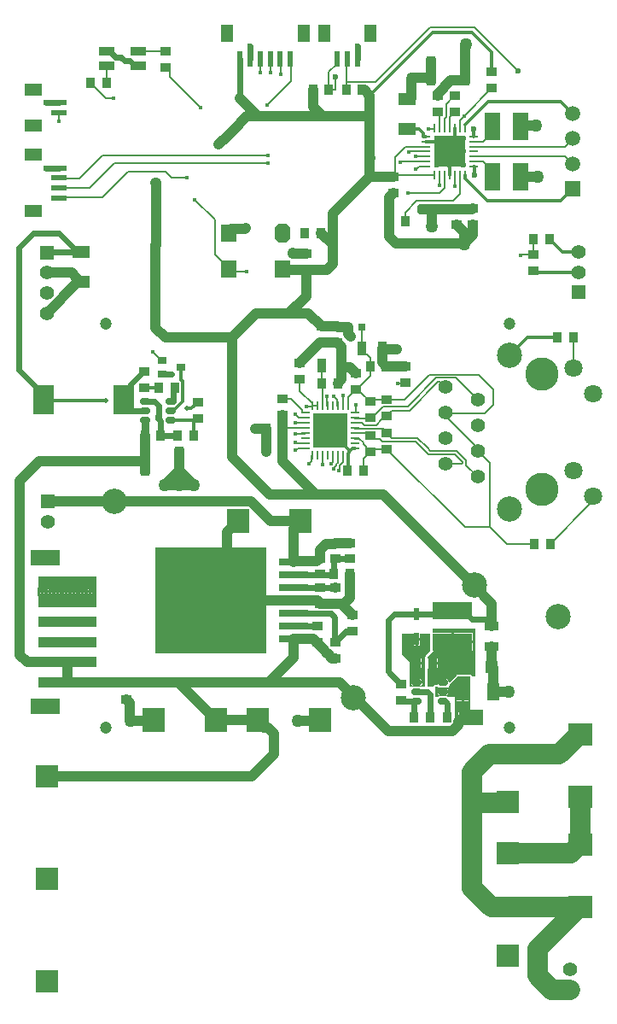
<source format=gbr>
%TF.GenerationSoftware,Altium Limited,Altium Designer,20.1.12 (249)*%
G04 Layer_Physical_Order=1*
G04 Layer_Color=255*
%FSLAX45Y45*%
%MOMM*%
%TF.SameCoordinates,0418086A-757F-42B6-A3B9-695331E80F4B*%
%TF.FilePolarity,Positive*%
%TF.FileFunction,Copper,L1,Top,Signal*%
%TF.Part,Single*%
G01*
G75*
%TA.AperFunction,ConnectorPad*%
%ADD10R,0.60000X1.55000*%
%ADD11R,1.20000X1.80000*%
%TA.AperFunction,SMDPad,CuDef*%
%ADD12R,1.00000X0.95000*%
%ADD13R,0.95000X1.00000*%
%ADD14R,1.55000X0.60000*%
%ADD15R,1.80000X1.20000*%
%ADD16R,1.80000X1.15000*%
%ADD17R,2.30000X2.45000*%
%ADD18R,4.00000X1.80000*%
%ADD19R,1.15000X1.80000*%
G04:AMPARAMS|DCode=20|XSize=1mm|YSize=0.6mm|CornerRadius=0.15mm|HoleSize=0mm|Usage=FLASHONLY|Rotation=0.000|XOffset=0mm|YOffset=0mm|HoleType=Round|Shape=RoundedRectangle|*
%AMROUNDEDRECTD20*
21,1,1.00000,0.30000,0,0,0.0*
21,1,0.70000,0.60000,0,0,0.0*
1,1,0.30000,0.35000,-0.15000*
1,1,0.30000,-0.35000,-0.15000*
1,1,0.30000,-0.35000,0.15000*
1,1,0.30000,0.35000,0.15000*
%
%ADD20ROUNDEDRECTD20*%
%ADD21R,1.40000X0.95000*%
%ADD22R,2.45000X2.30000*%
%ADD23R,1.60000X2.70000*%
%ADD24R,0.81280X0.25400*%
%ADD25R,0.25400X0.81280*%
%ADD26R,0.95000X1.40000*%
%ADD27R,0.65000X0.70000*%
%TA.AperFunction,ConnectorPad*%
%ADD28R,3.00000X1.60000*%
%ADD29R,5.80000X1.00000*%
%TA.AperFunction,SMDPad,CuDef*%
G04:AMPARAMS|DCode=30|XSize=1mm|YSize=2.9mm|CornerRadius=0.25mm|HoleSize=0mm|Usage=FLASHONLY|Rotation=180.000|XOffset=0mm|YOffset=0mm|HoleType=Round|Shape=RoundedRectangle|*
%AMROUNDEDRECTD30*
21,1,1.00000,2.40000,0,0,180.0*
21,1,0.50000,2.90000,0,0,180.0*
1,1,0.50000,-0.25000,1.20000*
1,1,0.50000,0.25000,1.20000*
1,1,0.50000,0.25000,-1.20000*
1,1,0.50000,-0.25000,-1.20000*
%
%ADD30ROUNDEDRECTD30*%
%ADD31R,0.90000X0.70000*%
%ADD32R,2.00000X3.00000*%
%ADD33R,0.25000X0.95000*%
%ADD34R,1.60000X1.80000*%
%ADD35R,0.60000X1.30000*%
G04:AMPARAMS|DCode=36|XSize=1.6mm|YSize=1.8mm|CornerRadius=0mm|HoleSize=0mm|Usage=FLASHONLY|Rotation=180.000|XOffset=0mm|YOffset=0mm|HoleType=Round|Shape=Octagon|*
%AMOCTAGOND36*
4,1,8,0.40000,-0.90000,-0.40000,-0.90000,-0.80000,-0.50000,-0.80000,0.50000,-0.40000,0.90000,0.40000,0.90000,0.80000,0.50000,0.80000,-0.50000,0.40000,-0.90000,0.0*
%
%ADD36OCTAGOND36*%

%TA.AperFunction,SMDPad,SMDef*%
%ADD37R,3.40360X3.40360*%
%TA.AperFunction,SMDPad,CuDef*%
%ADD38R,0.95000X0.25000*%
%ADD39R,3.15000X3.15000*%
G04:AMPARAMS|DCode=40|XSize=1mm|YSize=2.9mm|CornerRadius=0.25mm|HoleSize=0mm|Usage=FLASHONLY|Rotation=90.000|XOffset=0mm|YOffset=0mm|HoleType=Round|Shape=RoundedRectangle|*
%AMROUNDEDRECTD40*
21,1,1.00000,2.40000,0,0,90.0*
21,1,0.50000,2.90000,0,0,90.0*
1,1,0.50000,1.20000,0.25000*
1,1,0.50000,1.20000,-0.25000*
1,1,0.50000,-1.20000,-0.25000*
1,1,0.50000,-1.20000,0.25000*
%
%ADD40ROUNDEDRECTD40*%
%ADD41R,1.20000X1.20000*%
%ADD42R,11.12520X10.51560*%
%ADD43R,2.97180X0.78740*%
%ADD44R,1.50000X0.90000*%
%TA.AperFunction,Conductor*%
%ADD45C,1.00000*%
%ADD46C,0.30000*%
%ADD47C,0.60000*%
%ADD48C,0.20000*%
%ADD49C,0.15000*%
%ADD50C,2.00000*%
%ADD51C,0.80000*%
%TA.AperFunction,ComponentPad*%
%ADD52C,1.40000*%
%ADD53R,1.40000X1.40000*%
%TA.AperFunction,WasherPad*%
%ADD54C,1.20000*%
%TA.AperFunction,ComponentPad*%
%ADD55C,2.50000*%
%ADD56C,1.50000*%
%ADD57R,1.50000X1.50000*%
%ADD58C,3.30000*%
%ADD59C,1.80000*%
%ADD60R,2.30000X2.30000*%
%TA.AperFunction,ViaPad*%
%ADD61C,0.60000*%
%ADD62C,0.40000*%
%ADD63C,0.50000*%
%ADD64C,1.27000*%
%ADD65C,2.50000*%
G36*
X630199Y4395000D02*
X907499D01*
X907500Y4382300D01*
Y4307700D01*
X907499Y4295001D01*
X894800Y4295000D01*
X630199D01*
Y4245000D01*
X604799D01*
Y4295000D01*
X332700D01*
X327499Y4295001D01*
X320000Y4304594D01*
Y4385406D01*
X327500Y4395000D01*
X604799D01*
Y4445000D01*
X630199D01*
Y4395000D01*
D02*
G37*
G36*
X4662500Y3500000D02*
X4632891D01*
X4631339Y3507804D01*
X4626919Y3514419D01*
X4620303Y3518840D01*
X4612500Y3520392D01*
X4487499D01*
X4479696Y3518840D01*
X4473080Y3514419D01*
X4473079Y3514419D01*
X4406437Y3447776D01*
X4393737Y3453037D01*
Y3460002D01*
X4388981Y3471483D01*
X4377501Y3476238D01*
X4355201D01*
Y3445002D01*
X4342501D01*
Y3432302D01*
X4291201D01*
X4290782Y3429527D01*
X4281499Y3420392D01*
X4262500D01*
X4254696Y3418840D01*
X4248080Y3414419D01*
X4243660Y3407804D01*
X4242108Y3400000D01*
X4199794D01*
X4187500Y3409623D01*
Y3575406D01*
X4195001Y3584999D01*
X4200200Y3584999D01*
X4229801D01*
Y3634999D01*
Y3684999D01*
X4200200D01*
X4195001Y3684999D01*
X4187500Y3694592D01*
Y3700000D01*
X4232057Y3744557D01*
X4237500Y3749999D01*
X4248128Y3755001D01*
X4424802D01*
Y3845001D01*
Y3935001D01*
X4250200D01*
X4237502Y3935001D01*
X4237500Y3947700D01*
Y3975000D01*
X4662500D01*
Y3500000D01*
D02*
G37*
G36*
X4052501Y3925000D02*
Y3887699D01*
X4082501D01*
X4112501D01*
Y3925000D01*
X4212500D01*
Y3753838D01*
X4173081Y3714419D01*
X4168660Y3707803D01*
X4168252Y3705752D01*
X4162500Y3700000D01*
Y3400980D01*
X4082501D01*
X4081024Y3400687D01*
X4047501D01*
X4044050Y3400000D01*
X4012500D01*
X4012500Y3650000D01*
X4012500D01*
X3937500Y3725000D01*
Y3925000D01*
X4052501D01*
D02*
G37*
G36*
X4612500Y3175000D02*
X4737500Y3175000D01*
Y3025000D01*
X4462500D01*
Y3300000D01*
X4395601D01*
X4391157Y3302969D01*
X4377501Y3305686D01*
X4363978D01*
X4362501Y3305979D01*
X4342501D01*
X4341023Y3305686D01*
X4307501D01*
X4293845Y3302969D01*
X4289401Y3300000D01*
X4262499D01*
X4262500Y3400000D01*
X4289404D01*
X4293845Y3397033D01*
X4307501Y3394316D01*
X4377501D01*
X4391157Y3397033D01*
X4402734Y3404768D01*
X4410470Y3416346D01*
X4412115Y3424616D01*
X4487499Y3500000D01*
X4612500D01*
Y3175000D01*
D02*
G37*
%LPC*%
G36*
X852698Y4369081D02*
Y4360200D01*
X861579D01*
X858022Y4365523D01*
X852698Y4369081D01*
D02*
G37*
G36*
X827298D02*
X821974Y4365523D01*
X818417Y4360200D01*
X827298D01*
Y4369081D01*
D02*
G37*
G36*
X773115D02*
Y4360200D01*
X781996D01*
X778439Y4365523D01*
X773115Y4369081D01*
D02*
G37*
G36*
X747715D02*
X742391Y4365523D01*
X738834Y4360200D01*
X747715D01*
Y4369081D01*
D02*
G37*
G36*
X693532D02*
Y4360200D01*
X702413D01*
X698856Y4365523D01*
X693532Y4369081D01*
D02*
G37*
G36*
X668132D02*
X662808Y4365523D01*
X659251Y4360200D01*
X668132D01*
Y4369081D01*
D02*
G37*
G36*
X613948D02*
Y4360200D01*
X622830D01*
X619272Y4365523D01*
X613948Y4369081D01*
D02*
G37*
G36*
X588548D02*
X583225Y4365523D01*
X579667Y4360200D01*
X588548D01*
Y4369081D01*
D02*
G37*
G36*
X534365D02*
Y4360200D01*
X543246D01*
X539689Y4365523D01*
X534365Y4369081D01*
D02*
G37*
G36*
X508965D02*
X503641Y4365523D01*
X500084Y4360200D01*
X508965D01*
Y4369081D01*
D02*
G37*
G36*
X454782D02*
Y4360200D01*
X463663D01*
X460106Y4365523D01*
X454782Y4369081D01*
D02*
G37*
G36*
X429382D02*
X424058Y4365523D01*
X420501Y4360200D01*
X429382D01*
Y4369081D01*
D02*
G37*
G36*
X375199D02*
Y4360200D01*
X384080D01*
X380522Y4365523D01*
X375199Y4369081D01*
D02*
G37*
G36*
X349799D02*
X344475Y4365523D01*
X340918Y4360200D01*
X349799D01*
Y4369081D01*
D02*
G37*
G36*
X861579Y4334800D02*
X852698D01*
Y4325918D01*
X858022Y4329476D01*
X861579Y4334800D01*
D02*
G37*
G36*
X827298D02*
X818417D01*
X821974Y4329476D01*
X827298Y4325918D01*
Y4334800D01*
D02*
G37*
G36*
X781996D02*
X773115D01*
Y4325918D01*
X778439Y4329476D01*
X781996Y4334800D01*
D02*
G37*
G36*
X747715D02*
X738834D01*
X742391Y4329476D01*
X747715Y4325918D01*
Y4334800D01*
D02*
G37*
G36*
X702413D02*
X693532D01*
Y4325918D01*
X698856Y4329476D01*
X702413Y4334800D01*
D02*
G37*
G36*
X668132D02*
X659251D01*
X662808Y4329476D01*
X668132Y4325918D01*
Y4334800D01*
D02*
G37*
G36*
X622830D02*
X613948D01*
Y4325918D01*
X619272Y4329476D01*
X622830Y4334800D01*
D02*
G37*
G36*
X588548D02*
X579667D01*
X583225Y4329476D01*
X588548Y4325918D01*
Y4334800D01*
D02*
G37*
G36*
X543246D02*
X534365D01*
Y4325918D01*
X539689Y4329476D01*
X543246Y4334800D01*
D02*
G37*
G36*
X508965D02*
X500084D01*
X503641Y4329476D01*
X508965Y4325918D01*
Y4334800D01*
D02*
G37*
G36*
X463663D02*
X454782D01*
Y4325918D01*
X460106Y4329476D01*
X463663Y4334800D01*
D02*
G37*
G36*
X429382D02*
X420501D01*
X424058Y4329476D01*
X429382Y4325918D01*
Y4334800D01*
D02*
G37*
G36*
X384080D02*
X375199D01*
Y4325918D01*
X380522Y4329476D01*
X384080Y4334800D01*
D02*
G37*
G36*
X349799D02*
X340918D01*
X344475Y4329476D01*
X349799Y4325918D01*
Y4334800D01*
D02*
G37*
G36*
X4450202Y3935001D02*
Y3857701D01*
X4637502D01*
Y3935001D01*
X4450202D01*
D02*
G37*
G36*
X4637502Y3832301D02*
X4450202D01*
Y3755001D01*
X4637502D01*
Y3832301D01*
D02*
G37*
G36*
X4255201Y3684999D02*
Y3647699D01*
X4290001D01*
Y3684999D01*
X4255201D01*
D02*
G37*
G36*
X4607499Y3659998D02*
X4560199D01*
Y3612698D01*
X4607499D01*
Y3659998D01*
D02*
G37*
G36*
X4534799D02*
X4487499D01*
Y3612698D01*
X4534799D01*
Y3659998D01*
D02*
G37*
G36*
X4290001Y3622299D02*
X4255201D01*
Y3584999D01*
X4290001D01*
Y3622299D01*
D02*
G37*
G36*
X4607499Y3587298D02*
X4560199D01*
Y3539998D01*
X4607499D01*
Y3587298D01*
D02*
G37*
G36*
X4534799D02*
X4487499D01*
Y3539998D01*
X4534799D01*
Y3587298D01*
D02*
G37*
G36*
X4329801Y3476238D02*
X4307501D01*
X4296020Y3471483D01*
X4291265Y3460002D01*
Y3457702D01*
X4329801D01*
Y3476238D01*
D02*
G37*
G36*
X4112501Y3862299D02*
X4095201D01*
Y3809999D01*
X4112501D01*
Y3862299D01*
D02*
G37*
G36*
X4069801D02*
X4052501D01*
Y3809999D01*
X4069801D01*
Y3862299D01*
D02*
G37*
G36*
X4130001Y3684999D02*
X4095201D01*
Y3647699D01*
X4130001D01*
Y3684999D01*
D02*
G37*
G36*
X4069801D02*
X4035001D01*
Y3647699D01*
X4069801D01*
Y3684999D01*
D02*
G37*
G36*
X4130001Y3622299D02*
X4095201D01*
Y3584999D01*
X4130001D01*
Y3622299D01*
D02*
G37*
G36*
X4069801D02*
X4035001D01*
Y3584999D01*
X4069801D01*
Y3622299D01*
D02*
G37*
G36*
X4117501Y3476238D02*
X4095201D01*
Y3457702D01*
X4133737D01*
Y3460002D01*
X4128982Y3471483D01*
X4117501Y3476238D01*
D02*
G37*
G36*
X4069801D02*
X4047501D01*
X4036021Y3471483D01*
X4031265Y3460002D01*
Y3457702D01*
X4069801D01*
Y3476238D01*
D02*
G37*
G36*
X4133737Y3432302D02*
X4095201D01*
Y3413766D01*
X4117501D01*
X4128982Y3418521D01*
X4133737Y3430002D01*
Y3432302D01*
D02*
G37*
G36*
X4069801D02*
X4031265D01*
Y3430002D01*
X4036021Y3418521D01*
X4047501Y3413766D01*
X4069801D01*
Y3432302D01*
D02*
G37*
G36*
X4595002Y3440001D02*
X4550202D01*
Y3362701D01*
X4595002D01*
Y3440001D01*
D02*
G37*
G36*
X4377501Y3381237D02*
X4355201D01*
Y3362701D01*
X4393737D01*
Y3365001D01*
X4388981Y3376481D01*
X4377501Y3381237D01*
D02*
G37*
G36*
X4329801D02*
X4307501D01*
X4296020Y3376481D01*
X4291265Y3365001D01*
Y3362701D01*
X4329801D01*
Y3381237D01*
D02*
G37*
G36*
X4524802Y3440001D02*
X4480002D01*
Y3362701D01*
X4524802D01*
Y3440001D01*
D02*
G37*
G36*
X4393737Y3337301D02*
X4355201D01*
Y3318765D01*
X4377501D01*
X4388981Y3323520D01*
X4393737Y3335001D01*
Y3337301D01*
D02*
G37*
G36*
X4329801D02*
X4291265D01*
Y3335001D01*
X4296020Y3323520D01*
X4307501Y3318765D01*
X4329801D01*
Y3337301D01*
D02*
G37*
G36*
X4595002D02*
X4550202D01*
Y3260001D01*
X4595002D01*
Y3337301D01*
D02*
G37*
G36*
X4524802D02*
X4480002D01*
Y3260001D01*
X4524802D01*
Y3337301D01*
D02*
G37*
G36*
X4590000Y3149999D02*
X4555200D01*
Y3112699D01*
X4590000D01*
Y3149999D01*
D02*
G37*
G36*
X4529800D02*
X4495000D01*
Y3112699D01*
X4529800D01*
Y3149999D01*
D02*
G37*
G36*
X4590000Y3087299D02*
X4555200D01*
Y3049999D01*
X4590000D01*
Y3087299D01*
D02*
G37*
G36*
X4529800D02*
X4495000D01*
Y3049999D01*
X4529800D01*
Y3087299D01*
D02*
G37*
%LPD*%
D10*
X3292099Y9625000D02*
D03*
X3492099D02*
D03*
X3392099D02*
D03*
X2827503D02*
D03*
X2727503D02*
D03*
X2627498D02*
D03*
X2527498D02*
D03*
X2427498D02*
D03*
X2327499D02*
D03*
D11*
X3622101Y9877501D02*
D03*
X3162102D02*
D03*
X2957500D02*
D03*
X2197501D02*
D03*
D12*
X1587500Y9700001D02*
D03*
Y9540001D02*
D03*
X3972499Y6580002D02*
D03*
Y6420002D02*
D03*
X2982498Y7697500D02*
D03*
Y7537501D02*
D03*
X3442828Y3952900D02*
D03*
Y4112900D02*
D03*
X3097530Y4003299D02*
D03*
Y3843299D02*
D03*
X3270331Y3685398D02*
D03*
Y3845403D02*
D03*
X3922502Y3270001D02*
D03*
Y3430001D02*
D03*
X4827504Y9337502D02*
D03*
Y9497502D02*
D03*
X5240000Y7529998D02*
D03*
Y7689997D02*
D03*
X3625108Y5732201D02*
D03*
X3620110Y6227201D02*
D03*
X3480110Y6352200D02*
D03*
X3782609Y5759699D02*
D03*
X3785108Y6249700D02*
D03*
X1912498Y6225002D02*
D03*
Y6065002D02*
D03*
X1374999Y6525001D02*
D03*
Y6365001D02*
D03*
X1202497Y3275005D02*
D03*
Y3435005D02*
D03*
X3850000Y8459998D02*
D03*
X3295112Y6972198D02*
D03*
X3135112D02*
D03*
X2747503Y6097499D02*
D03*
Y6257503D02*
D03*
X2919999Y6452499D02*
D03*
Y6612499D02*
D03*
X3625108Y5892201D02*
D03*
X3782609Y5919699D02*
D03*
X3785108Y6089701D02*
D03*
X3620110Y6067201D02*
D03*
X3480110Y6512199D02*
D03*
X3295112Y6812199D02*
D03*
X3135112D02*
D03*
X4480001Y7979999D02*
D03*
Y8139999D02*
D03*
X4635002Y7979999D02*
D03*
Y8139999D02*
D03*
X4287500Y9257502D02*
D03*
Y9097498D02*
D03*
X3850000Y8299999D02*
D03*
X4457502Y9257502D02*
D03*
Y9097498D02*
D03*
X3415030Y4668799D02*
D03*
Y4828799D02*
D03*
X3275330Y4668799D02*
D03*
Y4828799D02*
D03*
X3122930Y4676399D02*
D03*
Y4516399D02*
D03*
Y4224299D02*
D03*
Y4384299D02*
D03*
X3275330Y4224299D02*
D03*
Y4384299D02*
D03*
D13*
X1005002Y9392498D02*
D03*
X845002D02*
D03*
X3777498Y6580002D02*
D03*
X3617498D02*
D03*
X3965001Y8020004D02*
D03*
X3805001D02*
D03*
X3418830Y4520199D02*
D03*
X3258830D02*
D03*
X4242501Y3634999D02*
D03*
X4082501D02*
D03*
X4212499Y3099999D02*
D03*
X4052499D02*
D03*
X4542500D02*
D03*
X4382501D02*
D03*
X5477500Y6865000D02*
D03*
X5637500D02*
D03*
X3379998Y9319997D02*
D03*
X3210001D02*
D03*
X3550112Y5542199D02*
D03*
X5245313Y4817400D02*
D03*
X1520002Y6370000D02*
D03*
X1680002D02*
D03*
X1382502Y5887898D02*
D03*
X1542501D02*
D03*
X1865000D02*
D03*
X1705000D02*
D03*
X3050002Y9319997D02*
D03*
X3539998D02*
D03*
X3132496Y7902504D02*
D03*
X2747503Y5962498D02*
D03*
X2587498D02*
D03*
X5240000Y7840000D02*
D03*
X5399999D02*
D03*
X5405313Y4817400D02*
D03*
X3297611Y6409700D02*
D03*
X3137611D02*
D03*
X3390108Y5542199D02*
D03*
X2972496Y7902504D02*
D03*
D14*
X531251Y9194998D02*
D03*
Y9094998D02*
D03*
Y8545002D02*
D03*
Y8245003D02*
D03*
Y8445002D02*
D03*
Y8345002D02*
D03*
D15*
X278750Y8965001D02*
D03*
Y9325000D02*
D03*
Y8674999D02*
D03*
Y8115000D02*
D03*
D16*
X752500Y7412502D02*
D03*
Y7712502D02*
D03*
X3987500Y8927501D02*
D03*
Y9227500D02*
D03*
D17*
X2092498Y3070001D02*
D03*
X1472499D02*
D03*
X2924932Y5040899D02*
D03*
X2304928D02*
D03*
X3119999Y3070001D02*
D03*
X2500000D02*
D03*
D18*
X4437502Y3845001D02*
D03*
Y4154998D02*
D03*
D19*
X4837501Y3350001D02*
D03*
X4537502D02*
D03*
D20*
X4342501Y3255000D02*
D03*
Y3350001D02*
D03*
Y3445002D02*
D03*
X4082501Y3255000D02*
D03*
Y3350001D02*
D03*
Y3445002D02*
D03*
X1642501Y6042899D02*
D03*
Y6137900D02*
D03*
Y6232901D02*
D03*
X1382502Y6042899D02*
D03*
Y6137900D02*
D03*
Y6232901D02*
D03*
D21*
X4827499Y3800003D02*
D03*
Y4000002D02*
D03*
D22*
X5699999Y2926202D02*
D03*
Y2306198D02*
D03*
Y1834002D02*
D03*
Y1213998D02*
D03*
D23*
X4829998Y8957498D02*
D03*
X5110002D02*
D03*
X4829998Y8457499D02*
D03*
X5110002D02*
D03*
D24*
X3465220Y5863499D02*
D03*
X2975000Y5965099D02*
D03*
X3465220Y6066699D02*
D03*
Y6015899D02*
D03*
X2975000Y6117499D02*
D03*
Y6066699D02*
D03*
Y6015899D02*
D03*
Y5914299D02*
D03*
Y5863499D02*
D03*
Y5812699D02*
D03*
Y5761899D02*
D03*
X3465220D02*
D03*
Y5812699D02*
D03*
Y5914299D02*
D03*
Y5965099D02*
D03*
Y6117499D02*
D03*
D25*
X3397910Y6184809D02*
D03*
X3347110D02*
D03*
X3296310D02*
D03*
X3245510D02*
D03*
X3194710D02*
D03*
X3143910D02*
D03*
X3093110D02*
D03*
X3042310D02*
D03*
Y5694589D02*
D03*
X3093110D02*
D03*
X3143910D02*
D03*
X3194710D02*
D03*
X3245510D02*
D03*
X3296310D02*
D03*
X3347110D02*
D03*
X3397910D02*
D03*
D26*
X3537610Y6752199D02*
D03*
X3137611Y6582202D02*
D03*
X3337611D02*
D03*
X3737610Y6752199D02*
D03*
D27*
X3535111Y6969699D02*
D03*
X3400110D02*
D03*
D28*
X397500Y4685000D02*
D03*
Y3205002D02*
D03*
D29*
X617499Y4445000D02*
D03*
Y4245000D02*
D03*
Y4045001D02*
D03*
Y3845001D02*
D03*
Y3445002D02*
D03*
Y3645002D02*
D03*
D30*
X1387500Y5637901D02*
D03*
X1727500D02*
D03*
X4562500Y9505000D02*
D03*
X4222501D02*
D03*
D31*
X1745000Y6570000D02*
D03*
X1554998Y6505001D02*
D03*
Y6634998D02*
D03*
D32*
X375001Y6245001D02*
D03*
X1174999D02*
D03*
D33*
X4260002Y8472500D02*
D03*
X4460001D02*
D03*
X4509999Y8942502D02*
D03*
X4260002D02*
D03*
X4309999Y8472500D02*
D03*
X4460001Y8942502D02*
D03*
X4409999Y8472500D02*
D03*
X4560001Y8942502D02*
D03*
Y8472500D02*
D03*
X4409999Y8942502D02*
D03*
X4360001D02*
D03*
X4309999D02*
D03*
X4360001Y8472500D02*
D03*
X4509999D02*
D03*
D34*
X2752496Y7540000D02*
D03*
X2212497Y7899999D02*
D03*
Y7540000D02*
D03*
D35*
X4082501Y4125001D02*
D03*
Y3874999D02*
D03*
D36*
X2752496Y7899999D02*
D03*
D37*
X3220110Y5939699D02*
D03*
D38*
X4174998Y8707501D02*
D03*
Y8657499D02*
D03*
Y8807501D02*
D03*
Y8757498D02*
D03*
Y8557499D02*
D03*
X4645000Y8657499D02*
D03*
Y8757498D02*
D03*
X4174998Y8857498D02*
D03*
Y8607501D02*
D03*
X4645000Y8557499D02*
D03*
Y8607501D02*
D03*
Y8707501D02*
D03*
Y8807501D02*
D03*
Y8857498D02*
D03*
D39*
X4409999Y8707501D02*
D03*
D40*
X4232499Y8137500D02*
D03*
Y7797500D02*
D03*
D41*
X4827499Y3599998D02*
D03*
X4547499D02*
D03*
D42*
X2038350Y4253499D02*
D03*
D43*
X2857500Y4634499D02*
D03*
Y4507499D02*
D03*
Y4380499D02*
D03*
Y4253499D02*
D03*
Y4126499D02*
D03*
Y3999499D02*
D03*
Y3872499D02*
D03*
D44*
X1007501Y9555002D02*
D03*
Y9700001D02*
D03*
X1317498Y9554997D02*
D03*
Y9700001D02*
D03*
D45*
X3614999Y8745002D02*
Y9057498D01*
Y8677499D02*
Y8745002D01*
Y8610001D02*
Y8677499D01*
X3052501Y9152499D02*
Y9320002D01*
X2602499Y9060002D02*
X2697500D01*
X4650349Y4404650D02*
X4827499Y4227500D01*
X3745001Y5310002D02*
X4650349Y4404650D01*
X1492499Y8282498D02*
Y8397499D01*
Y7780000D02*
Y8282498D01*
X1760002Y6862501D02*
X2252502D01*
X1692499D02*
X1760002D01*
X1589999D02*
X1692499D01*
X419999Y5240000D02*
X2435250D01*
X4420575Y9409999D02*
X4562500D01*
X4232499Y8137500D02*
X4632503D01*
X4231249Y7966248D02*
Y8137500D01*
X3055000Y3872499D02*
X3155330Y3772169D01*
X3315000Y3445002D02*
X3800003Y2959999D01*
X617499Y3445002D02*
X1717497D01*
X4045168Y9435165D02*
X4222501D01*
X3337611Y6582202D02*
Y6769699D01*
X2919999Y6612499D02*
X3119699Y6812199D01*
X2919999Y6612499D02*
X2998754Y6691254D01*
X712500Y7405004D02*
Y7420000D01*
X2199930Y4700001D02*
Y4935901D01*
X1727500Y5542900D02*
X1869999Y5400401D01*
X1722694Y5399999D02*
X1869999D01*
X2199930Y4415079D02*
Y4700001D01*
Y4415079D02*
Y4935901D01*
X2038350Y4253499D02*
X2199930Y4415079D01*
X2038350Y4253499D02*
X2857500D01*
X1584599Y5399999D02*
X1727500Y5542900D01*
X1490000Y7780000D02*
X1492499D01*
X2850002Y7700000D02*
X2852501Y7697500D01*
X2599995Y9057498D02*
X2602499Y9060002D01*
X2504999Y9057498D02*
X2599995D01*
X2212497Y7899999D02*
Y7910002D01*
X2242500Y7939999D01*
X2377496D01*
X2387498Y7950002D01*
X1490000Y8399998D02*
X1492499Y8397499D01*
X2700000Y9057498D02*
X3147502D01*
X4495002Y3023078D02*
Y3052501D01*
X2610002Y3445002D02*
X3315000D01*
X3800003Y2959999D02*
X4431924D01*
X1717497Y3445002D02*
X2019996Y3142503D01*
X3805001Y8255000D02*
X3850000Y8299999D01*
X4549999Y7797500D02*
X4552696D01*
X3805001Y8020004D02*
Y8255000D01*
X2117501Y8780003D02*
X2157486Y8819987D01*
X2117501Y8777498D02*
Y8780003D01*
X2397501Y9057498D02*
X2504999D01*
X2161256Y8821252D02*
X2257501Y8917498D01*
X2397501Y9057498D01*
X1490000Y7127499D02*
Y7780000D01*
X2620000Y5310002D02*
X3070001D01*
X4827499Y4000002D02*
Y4034851D01*
X3614999Y8652500D02*
X3619998Y8647501D01*
X3070001Y5310002D02*
X3745001D01*
X4827499Y4034851D02*
Y4227500D01*
X3614999Y8459998D02*
Y8610001D01*
X3874999Y6580002D02*
X3972499D01*
X3777498D02*
X3874999D01*
X3048752Y6741251D02*
X3119699Y6812199D01*
X2252502Y6242502D02*
Y6310000D01*
Y6174999D02*
Y6242502D01*
Y5677499D02*
Y6174999D01*
Y5677499D02*
X2620000Y5310002D01*
X2587498Y5962498D02*
X2591481Y5958515D01*
Y5730296D02*
Y5958515D01*
X2480000Y5959998D02*
X2482499Y5962498D01*
X2587498D01*
X3400110Y6899890D02*
Y6969699D01*
Y6899890D02*
X3430001Y6869999D01*
X3295112Y6812199D02*
X3337611Y6769699D01*
X1869999Y5399999D02*
Y5400401D01*
X1580002Y5399999D02*
X1584599D01*
X1722694D02*
X1727500Y5404805D01*
X1720002Y5397307D02*
X1722694Y5399999D01*
X1584599D02*
X1722694D01*
X1727500Y5404805D02*
Y5542900D01*
X2435250Y5240000D02*
X2634351Y5040899D01*
X340401Y5637901D02*
X1387500D01*
X215001Y3645002D02*
X617499D01*
X142499Y3717498D02*
Y5439999D01*
X412501Y7105000D02*
Y7105005D01*
X712500Y7405004D01*
X1490000Y7060001D02*
Y7127499D01*
Y6992498D02*
Y7060001D01*
Y6962501D02*
Y6992498D01*
X2852501Y7697500D02*
X2982498D01*
X2634351Y5040899D02*
X2924932D01*
X2747503Y5634995D02*
X3070001Y5312501D01*
X3739810Y6749999D02*
X3740109Y6749699D01*
X3737610Y6752199D02*
X3739810Y6749999D01*
X3880002D01*
X3740109Y6617391D02*
Y6749699D01*
Y6617391D02*
X3777498Y6580002D01*
X3420110Y6572199D02*
X3480110Y6512199D01*
X3340110Y6572199D02*
X3420110D01*
X3337611Y6574699D02*
X3340110Y6572199D01*
X3337611Y6574699D02*
Y6582202D01*
X3297611Y6409700D02*
X3335111Y6447201D01*
Y6579702D01*
X3337611Y6582202D01*
X3119699Y6812199D02*
X3135112D01*
X3295112D01*
X4222501Y9435165D02*
Y9505000D01*
X4040002Y9429999D02*
X4045168Y9435165D01*
X3987500Y9227500D02*
X4020002D01*
X4027500Y9234998D01*
Y9410192D01*
X4040002Y9422694D01*
Y9429999D01*
X4837501Y3350001D02*
X4989998D01*
X1727500Y5542900D02*
Y5637901D01*
X3115000Y3065003D02*
X3119999Y3070001D01*
X2905003Y3065003D02*
X3115000D01*
X2899999Y3059999D02*
X2905003Y3065003D01*
X1467500D02*
X1472499Y3070001D01*
X1245001Y3065003D02*
X1467500D01*
X1240003Y3059999D02*
X1245001Y3065003D01*
X1202497Y3275005D02*
X1234836Y3242666D01*
Y3065165D02*
Y3242666D01*
Y3065165D02*
X1240003Y3059999D01*
X4837501Y3350001D02*
Y3589995D01*
X4827499Y3599998D02*
X4837501Y3589995D01*
X4827499Y3599998D02*
Y3800003D01*
X3331428Y4224299D02*
X3361802D01*
X3275330D02*
X3331428D01*
X3418830Y4281327D02*
Y4520199D01*
X3361802Y4224299D02*
X3418830Y4281327D01*
X3331428Y4224299D02*
X3442828Y4112900D01*
X3805001Y7867498D02*
Y8020004D01*
Y7867498D02*
X3874999Y7797500D01*
X4232499D01*
X4635002Y7879806D02*
Y7979999D01*
X4552696Y7797500D02*
X4635002Y7879806D01*
X4549836Y7797668D02*
X4549999Y7797500D01*
X4480001Y7979999D02*
X4549836Y7910165D01*
Y7797668D02*
Y7910165D01*
X4232499Y7797500D02*
X4549999D01*
X4555002Y7792502D01*
X5110002Y8957498D02*
X5115006Y8962502D01*
X5267498D01*
X5110002Y8457499D02*
X5282499D01*
X2252502Y6310000D02*
Y6862501D01*
X1490000Y6962501D02*
X1589999Y6862501D01*
X2327499Y9235003D02*
X2504999Y9057498D01*
X3614999D02*
Y9265001D01*
X3052501Y9152499D02*
X3147502Y9057498D01*
X3614999D01*
X3559998Y9320002D02*
X3614999Y9265001D01*
Y8459998D02*
X3850000D01*
X3245002Y8090002D02*
X3614999Y8459998D01*
X3245002Y7789997D02*
Y8090002D01*
X2982498Y7537501D02*
X3186420D01*
X3132496Y7902504D02*
X3245002Y7789997D01*
Y7596078D02*
Y7789997D01*
X3186420Y7537501D02*
X3245002Y7596078D01*
X2754996Y7537501D02*
X2982498D01*
X2752496Y7540000D02*
X2754996Y7537501D01*
X3297611Y6969699D02*
X3400110D01*
X3295112Y6972198D02*
X3297611Y6969699D01*
X3135112Y6972198D02*
X3295112D01*
X3007309Y7100001D02*
X3135112Y6972198D01*
X2807498Y7100001D02*
X3007309D01*
X2807498D02*
X2982498Y7274997D01*
Y7537501D01*
X2490003Y7100001D02*
X2807498D01*
X2252502Y6862501D02*
X2490003Y7100001D01*
X2747503Y5962498D02*
Y6097499D01*
Y5634995D02*
Y5962498D01*
X412501Y7504999D02*
X653923D01*
X712500Y7446421D01*
Y7420000D02*
Y7446421D01*
Y7420000D02*
X719999Y7412502D01*
X752500D01*
X1387500Y5637901D02*
Y5882899D01*
X1382502Y5887898D02*
X1387500Y5882899D01*
X2857500Y4253499D02*
X3093730D01*
X2199930Y4935901D02*
X2304928Y5040899D01*
X3271530Y4380499D02*
X3275330Y4384299D01*
X3181507Y4817501D02*
X3264032D01*
X3122930Y4676399D02*
Y4758924D01*
X3181507Y4817501D01*
X3264032D02*
X3275330Y4828799D01*
X2857500Y4634499D02*
X2868132Y4645132D01*
X3091663D01*
X3122930Y4676399D01*
X3275330Y4828799D02*
X3415030D01*
X3093730Y4253499D02*
X3122930Y4224299D01*
X3275330D01*
X2857500Y3872499D02*
X3055000D01*
X3193410Y3732901D02*
X3194599D01*
X3155330Y3770981D02*
X3193410Y3732901D01*
X3155330Y3770981D02*
Y3772169D01*
X3194599Y3732901D02*
X3242102Y3685398D01*
X3270331D01*
X4287500Y9276923D02*
X4420575Y9409999D01*
X4287500Y9257502D02*
Y9276923D01*
X4632503Y8137500D02*
X4635002Y8139999D01*
X4231249Y8137500D02*
X4232499D01*
X4229999Y7964998D02*
X4231249Y7966248D01*
X4562500Y9505000D02*
Y9762500D01*
X4567499Y9767499D01*
X142499Y5439999D02*
X340401Y5637901D01*
X142499Y3717498D02*
X215001Y3645002D01*
X2857500Y4634499D02*
Y4965969D01*
X2924932Y5033401D01*
Y5040899D01*
X4495002Y3052501D02*
X4542500Y3099999D01*
X4431924Y2959999D02*
X4495002Y3023078D01*
X2857500Y3692500D02*
Y3872499D01*
X2610002Y3445002D02*
X2857500Y3692500D01*
X1717497Y3445002D02*
X2610002D01*
X617499D02*
Y3645002D01*
X2092498Y3070001D02*
Y3077500D01*
X2027499Y3142503D02*
X2092498Y3077500D01*
X2019996Y3142503D02*
X2027499D01*
X414000Y2516002D02*
X2443500D01*
X2664998Y2737500D02*
Y2938922D01*
X2443500Y2516002D02*
X2664998Y2737500D01*
X2500000Y3062503D02*
Y3070001D01*
Y3062503D02*
X2564999Y2997500D01*
X2606421D01*
X2664998Y2938922D01*
X2092498Y3070001D02*
X2500000D01*
D46*
X4460001Y8757503D02*
Y8942502D01*
X4409999Y8472500D02*
Y8707501D01*
X4174998Y8807501D02*
X4309999D01*
X3359658Y5800156D02*
X3419897Y5739912D01*
X3220110Y5939699D02*
X3359658Y5800156D01*
X379999Y6250000D02*
X390002Y6239998D01*
X999998D01*
X375001Y6245001D02*
X379999Y6250000D01*
X3614999Y9265001D02*
X4237497Y9887499D01*
X4562500Y8975004D02*
X4787499Y9200002D01*
X5512501D01*
X4344995Y8772505D02*
X4409999Y8707501D01*
X4309999Y8807501D02*
X4344995Y8772505D01*
X4409999Y8707501D02*
X4460001Y8757503D01*
X5257495Y7512502D02*
X5685003D01*
X5240000Y7529998D02*
X5257495Y7512502D01*
X5524998Y7712502D02*
X5685003D01*
X5399999Y7837500D02*
X5524998Y7712502D01*
X5399999Y7837500D02*
Y7840000D01*
X5180909Y6865000D02*
X5477500D01*
X5005309Y6689400D02*
X5180909Y6865000D01*
X3390108Y5542199D02*
X3397910Y5550002D01*
Y5694589D01*
X3419897Y5739912D02*
X3441883Y5761899D01*
X3397910Y5717931D02*
X3419897Y5739912D01*
X3397910Y5694589D02*
Y5717931D01*
X3441883Y5761899D02*
X3465220D01*
X4237497Y9887499D02*
X4629998D01*
X4827504Y9497502D02*
Y9689998D01*
X4629998Y9887499D02*
X4827504Y9689998D01*
X3987500Y8927501D02*
X4104996D01*
X4142496Y8890000D01*
Y8859998D02*
Y8890000D01*
Y8859998D02*
X4144996Y8857498D01*
X4174998D01*
X5512501Y9200002D02*
X5627502Y9085001D01*
X5512501Y8219999D02*
X5627502Y8335000D01*
X4782500Y8219999D02*
X5512501D01*
X4560001Y8442498D02*
Y8472500D01*
Y8442498D02*
X4782500Y8219999D01*
X4645000Y8557499D02*
X4647499D01*
X4649998Y8554999D01*
Y8477499D02*
Y8554999D01*
X4645000Y8857498D02*
Y8932499D01*
X3862502Y8472500D02*
X3865001D01*
X3850000Y8459998D02*
X3862502Y8472500D01*
X1909999Y6225002D02*
X1912498D01*
X1844995Y6159998D02*
X1909999Y6225002D01*
X1805000Y6159998D02*
X1844995D01*
X1757502Y6232901D02*
Y6432428D01*
X1662501Y6137900D02*
X1757502Y6232901D01*
X1642501Y6042899D02*
X1887896D01*
X1909999Y6065002D01*
X1865000Y6020003D02*
X1887896Y6042899D01*
X1865000Y5887898D02*
Y6020003D01*
X1909999Y6065002D02*
X1912498D01*
X1379997Y6370000D02*
X1520002D01*
X1374999Y6365001D02*
X1379997Y6370000D01*
X1745000Y6444930D02*
Y6570000D01*
Y6444930D02*
X1757502Y6432428D01*
X1642501Y6137900D02*
X1662501D01*
X4562500Y9409999D02*
Y9505000D01*
X4635002Y8139999D02*
X4645000Y8149996D01*
D47*
X1193551Y6226449D02*
X1245001Y6277900D01*
X1174999Y6207902D02*
X1193551Y6226449D01*
X2857500Y4507499D02*
X3246130D01*
X2857500Y4380499D02*
X3271530D01*
X1662501Y6232901D02*
Y6252901D01*
X1245001Y6137900D02*
X1382502D01*
X403753Y8545002D02*
X531251D01*
X403753Y9194998D02*
X531251D01*
X1145002Y9645000D02*
X1162502Y9627499D01*
X1092505Y9645000D02*
X1145002D01*
X1037504Y9700001D02*
X1092505Y9645000D01*
X1007501Y9700001D02*
X1037504D01*
X1287501Y9554997D02*
X1317498D01*
X1232494Y9609999D02*
X1287501Y9554997D01*
X1179998Y9609999D02*
X1232494D01*
X1162502Y9627499D02*
X1179998Y9609999D01*
X2427498Y9625000D02*
Y9752498D01*
X3492099Y9625000D02*
Y9752096D01*
X3492500Y9752498D01*
X1554998Y6505001D02*
X1559997Y6500002D01*
X1649999D01*
X1510000Y6070001D02*
X1520002Y6079998D01*
Y6190000D01*
X1382502Y6232901D02*
X1477101D01*
X1520002Y6190000D01*
X1542501Y5887898D02*
X1705000D01*
X1542501D02*
Y6037499D01*
X1510000Y6070001D02*
X1542501Y6037499D01*
X4209999Y3102498D02*
X4212499Y3099999D01*
X4209999Y3102498D02*
Y3330001D01*
X4082501Y3350001D02*
X4189999D01*
X4209999Y3330001D01*
X4382501Y3099999D02*
Y3235000D01*
X4362501Y3255000D02*
X4382501Y3235000D01*
X4342501Y3255000D02*
X4362501D01*
X4062501D02*
X4082501D01*
X3937503D02*
X4062501D01*
X3922502Y3270001D02*
X3937503Y3255000D01*
X4052499Y3099999D02*
Y3244997D01*
X4062501Y3255000D01*
X3920002Y3430001D02*
X3922502D01*
X3794999Y3555004D02*
X3920002Y3430001D01*
X3794999Y3555004D02*
Y4060002D01*
X3860002Y4125001D02*
X4082501D01*
X3794999Y4060002D02*
X3860002Y4125001D01*
X2327499Y9235003D02*
Y9625000D01*
X748751Y7708753D02*
X752500Y7712502D01*
X416255Y7708753D02*
X748751D01*
X412501Y7704999D02*
X416255Y7708753D01*
X719999Y7712502D02*
X752500D01*
X535000Y7897500D02*
X719999Y7712502D01*
X275001Y7897500D02*
X535000D01*
X130002Y7752502D02*
X275001Y7897500D01*
X130002Y6540002D02*
Y7752502D01*
X375001Y6245001D02*
Y6295004D01*
X130002Y6540002D02*
X375001Y6295004D01*
X1372499Y6525001D02*
X1374999D01*
X1245001Y6397503D02*
X1372499Y6525001D01*
X1245001Y6277900D02*
Y6397503D01*
X1642501Y6232901D02*
X1662501D01*
Y6252901D02*
Y6352499D01*
X1680002Y6370000D01*
X1174999Y6207902D02*
X1245001Y6137900D01*
X2857500Y4126499D02*
X3232353D01*
X3270331Y3845403D02*
Y3860074D01*
X3267502Y3862903D02*
X3270331Y3860074D01*
X3267502Y3862903D02*
Y4091351D01*
X3232353Y4126499D02*
X3267502Y4091351D01*
X3287502Y3862573D02*
X3377829Y3952900D01*
X3442828D01*
X2857500Y3999499D02*
X2861300Y4003299D01*
X3097530D01*
X3258830Y4520199D02*
Y4652300D01*
X3275330Y4668799D01*
X3415030D01*
X3246130Y4507499D02*
X3258830Y4520199D01*
X4547504Y4154998D02*
X4632498Y4069999D01*
X4752350D01*
X4787499Y4017503D02*
Y4034851D01*
X4752350Y4069999D02*
X4787499Y4034851D01*
Y4017503D02*
X4804999Y4000002D01*
X4827499D01*
X4437502Y4154998D02*
X4547504D01*
X4082501Y4125001D02*
X4407505D01*
X4437502Y4154998D01*
D48*
X3379998Y9319997D02*
Y9612899D01*
X4658360Y9936480D02*
X5087620Y9507220D01*
X4213860Y9936480D02*
X4658360D01*
X3675380Y9398000D02*
X4213860Y9936480D01*
X3379998Y9398000D02*
X3675380D01*
X3379998Y9319997D02*
Y9398000D01*
X3210001Y9319997D02*
X3271520D01*
Y9448800D01*
X959998Y8670000D02*
X2607498D01*
X1079998Y8590001D02*
X2607498D01*
X1649999Y8450001D02*
X1800001D01*
X1589999Y8510001D02*
X1649999Y8450001D01*
X835005Y8345002D02*
X1079998Y8590001D01*
X531251Y8345002D02*
X835005D01*
X531251Y8445002D02*
X536255Y8439998D01*
X730001D01*
X959998Y8670000D01*
X531251Y8245003D02*
X536250Y8250001D01*
X959998D01*
X1220003Y8510001D02*
X1589999D01*
X959998Y8250001D02*
X1220003Y8510001D01*
X5125410Y7689997D02*
X5240000D01*
X5115413Y7680000D02*
X5125410Y7689997D01*
X5110002Y7680000D02*
X5115413D01*
X5240000Y7689997D02*
Y7840000D01*
X1545001Y6634998D02*
X1554998D01*
X1460002Y6719997D02*
X1545001Y6634998D01*
X1460002Y6719997D02*
Y6720002D01*
X3210001Y9319997D02*
Y9495404D01*
X3292099Y9577502D01*
Y9625000D01*
X3379998Y9612899D02*
X3392099Y9625000D01*
X5640309Y6562400D02*
Y6862191D01*
X5637500Y6865000D02*
X5640309Y6862191D01*
X5405313Y4817400D02*
Y4819899D01*
X5800197Y5214783D01*
Y5261788D01*
X5830809Y5292400D01*
X3293613Y6187511D02*
X3296310Y6184809D01*
X3293613Y6187511D02*
Y6246388D01*
X3259999Y6279998D02*
X3293613Y6246388D01*
X3480460Y6120201D02*
Y6200049D01*
X3347110Y6184809D02*
X3348553Y6186251D01*
Y6288557D01*
X3962497Y6410000D02*
X3972499Y6420002D01*
X3890000Y6410000D02*
X3962497D01*
X3465220Y6117499D02*
X3477763D01*
X3480460Y6120201D01*
X4360001Y9037142D02*
X4374998Y9052143D01*
Y9177498D01*
X4409999Y8942502D02*
Y9052494D01*
X4455003Y9097498D01*
X4457502D01*
X4374998Y9177498D02*
X4455003Y9257502D01*
X4360001Y8942502D02*
Y9037142D01*
X4455003Y9257502D02*
X4457502D01*
X4309999Y8942502D02*
Y9074998D01*
X4287500Y9097498D02*
X4309999Y9074998D01*
X4260002Y8932499D02*
Y8942502D01*
X4257502Y8930000D02*
X4260002Y8932499D01*
X4200002Y8930000D02*
X4257502D01*
X4012910Y8707501D02*
X4174998D01*
X4005412Y8699998D02*
X4012910Y8707501D01*
X4000002Y8699998D02*
X4005412D01*
X3865001Y8655004D02*
X3967500Y8757498D01*
X4174998D01*
X3865001Y8472500D02*
Y8655004D01*
X2834996Y6257503D02*
X2947116Y6145383D01*
X2747503Y6257503D02*
X2834996D01*
X2949819Y6117499D02*
X2975000D01*
X2947116Y6120201D02*
Y6145383D01*
Y6120201D02*
X2949819Y6117499D01*
X4042501Y6330000D02*
X4209400Y6496898D01*
X4693890D01*
X4705787Y6485001D01*
X3962202Y6249700D02*
X4042501Y6330000D01*
X3785108Y6249700D02*
X3962202D01*
X4562307Y4982500D02*
X4807499D01*
X3652606Y5759699D02*
X3782609D01*
X3511702Y5860801D02*
X3550107Y5822396D01*
X3782609Y5759699D02*
X3785108D01*
X3625108Y5732201D02*
X3652606Y5759699D01*
X3785108D02*
X4562307Y4982500D01*
X3622609Y5732201D02*
X3625108D01*
X4807499Y4982500D02*
Y5617210D01*
X4687809Y5736900D02*
X4807499Y5617210D01*
X2972948Y6017951D02*
X2975000Y6015899D01*
X2882052Y6017951D02*
X2972948D01*
X2879999Y6019998D02*
X2882052Y6017951D01*
X2879999Y6099998D02*
X2913304Y6066699D01*
X2975000D01*
X4370309Y6110000D02*
Y6117900D01*
Y6086150D02*
Y6110000D01*
X3550107Y5804703D02*
Y5822396D01*
X3465220Y5863499D02*
X3467923Y5860801D01*
X3511702D01*
X3550107Y5804703D02*
X3622609Y5732201D01*
X3535111Y6754698D02*
Y6969699D01*
Y6754698D02*
X3537610Y6752199D01*
X3617498Y6580002D02*
Y6660002D01*
X3585301Y6692199D02*
X3617498Y6660002D01*
X3575111Y6692199D02*
X3585301D01*
X3537610Y6729700D02*
X3575111Y6692199D01*
X3537610Y6729700D02*
Y6752199D01*
X3480110Y6352200D02*
X3482609D01*
X3617498Y6487089D01*
Y6580002D01*
X3397910Y6184809D02*
Y6272500D01*
X3477611Y6352200D01*
X3480110D01*
X3617610Y6227201D02*
X3620110D01*
X3530112Y6314699D02*
X3617610Y6227201D01*
X3517610Y6314699D02*
X3530112D01*
X3480110Y6352200D02*
X3517610Y6314699D01*
X3642609Y6249700D02*
X3785108D01*
X3620110Y6227201D02*
X3642609Y6249700D01*
X4705787Y6485001D02*
X4842500Y6348283D01*
Y6197498D02*
Y6348283D01*
X4755002Y6110000D02*
X4842500Y6197498D01*
X4370309Y6117900D02*
X4378208Y6110000D01*
X4755002D01*
X4687809Y5736900D02*
Y5768650D01*
X4370309Y6086150D02*
X4687809Y5768650D01*
X3550112Y5542199D02*
Y5659704D01*
X3622609Y5732201D01*
X4972599Y4817400D02*
X5245313D01*
X4807499Y4982500D02*
X4972599Y4817400D01*
X4645000Y8757498D02*
X5550002D01*
X5627502Y8834999D01*
X4645000Y8657499D02*
X5551505D01*
X5624002Y8585002D01*
X5627502D01*
X4829998Y8457499D02*
Y8512500D01*
X4734997Y8607501D02*
X4829998Y8512500D01*
X4645000Y8607501D02*
X4734997D01*
X4645000Y8807501D02*
X4735002D01*
X4829998Y8902497D01*
Y8957498D01*
X3865001Y8472500D02*
X4260002D01*
X2747503Y5962498D02*
X2750104Y5965099D01*
X2867132D01*
X2975000D01*
D49*
X530001Y9093749D02*
X531251Y9094998D01*
X530001Y9010000D02*
Y9093749D01*
X2627498Y9625000D02*
X2630002Y9622495D01*
Y9489999D02*
Y9622495D01*
X2830002Y9401251D02*
Y9622500D01*
X2600000Y9171249D02*
X2830002Y9401251D01*
X2727503Y9625000D02*
X2730002Y9622500D01*
Y9469999D02*
Y9622500D01*
X2827503Y9625000D02*
X2830002Y9622500D01*
X2527498Y9625000D02*
X2530003Y9622500D01*
Y9489999D02*
Y9622500D01*
X1880001Y8230001D02*
X2080001Y8030002D01*
Y7682499D02*
Y8030002D01*
Y7682499D02*
X2212497Y7550003D01*
Y7540000D02*
Y7550003D01*
Y7540000D02*
X2232497Y7520000D01*
X4825004Y9337502D02*
X4827504D01*
X4549999Y9062496D02*
X4825004Y9337502D01*
X4549999Y9060002D02*
Y9062496D01*
X4509999Y9019997D02*
X4549999Y9060002D01*
X4509999Y8942502D02*
Y9019997D01*
X3990000Y8299999D02*
X4309999D01*
X4360001Y8350001D02*
Y8472500D01*
X4309999Y8299999D02*
X4360001Y8350001D01*
X4309999Y8370001D02*
Y8472500D01*
X4460001Y8359999D02*
Y8472500D01*
X4440001Y8219999D02*
X4509999Y8290001D01*
Y8472500D01*
X3934267Y8607501D02*
X4174998D01*
X3926764Y8599998D02*
X3934267Y8607501D01*
X3920002Y8599998D02*
X3926764D01*
X4072158Y8657839D02*
X4174658D01*
X4071818Y8658179D02*
X4072158Y8657839D01*
X4174658D02*
X4174998Y8657499D01*
X4102603Y8557499D02*
X4174998D01*
X4075105Y8530001D02*
X4102603Y8557499D01*
X4069999Y8530001D02*
X4075105D01*
X1629999Y9449999D02*
X1940001Y9140002D01*
X1629999Y9449999D02*
Y9500001D01*
X1317498Y9700001D02*
X1587500D01*
X1005002Y9392498D02*
Y9552503D01*
X1007501Y9555002D01*
X845002Y9389999D02*
Y9392498D01*
Y9389999D02*
X885002Y9349999D01*
X887501D01*
X997499Y9240002D01*
X1070000D01*
X1587500Y9540001D02*
X1589999D01*
X1629999Y9500001D01*
X3965001Y8020004D02*
Y8105003D01*
X4080002Y8219999D01*
X4440001D01*
X4189999Y5770001D02*
X4217203Y5742798D01*
X4089903Y5870097D02*
X4189999Y5770001D01*
X3010002Y5610001D02*
X3035036Y5635036D01*
X3040868Y5693146D02*
X3042310Y5694589D01*
X3040868Y5640868D02*
Y5693146D01*
X3035036Y5635036D02*
X3040868Y5640868D01*
X2898663Y5761899D02*
X2975000D01*
X2886766Y5750001D02*
X2898663Y5761899D01*
X2879999Y5750001D02*
X2886766D01*
X2883652Y5816351D02*
X2971348D01*
X2879999Y5819999D02*
X2883652Y5816351D01*
X2971348D02*
X2975000Y5812699D01*
X2232497Y7520000D02*
X2389998D01*
X3192353Y6187166D02*
X3194710Y6184809D01*
X3192353Y6187166D02*
Y6277646D01*
X3190001Y6279998D02*
X3192353Y6277646D01*
X3037500Y6179998D02*
X3042310Y6184809D01*
X2990002Y6179998D02*
X3037500D01*
X2972852Y5912150D02*
X2975000Y5914299D01*
X2882148Y5912150D02*
X2972852D01*
X2879999Y5910001D02*
X2882148Y5912150D01*
X3042310Y6184809D02*
Y6212749D01*
X2919999Y6335060D02*
X3042310Y6212749D01*
X2919999Y6335060D02*
Y6452499D01*
X3042310Y6184809D02*
X3093110D01*
X3137611Y6409700D02*
Y6582202D01*
X3143910Y6184809D02*
Y6403401D01*
X3137611Y6409700D02*
X3143910Y6403401D01*
Y5694589D02*
X3146953Y5691546D01*
Y5603047D02*
Y5691546D01*
Y5603047D02*
X3150001Y5599999D01*
X3313400Y5581528D02*
Y5594807D01*
X3347110Y5628523D01*
X3312389Y5580522D02*
X3313400Y5581528D01*
X3256437Y5561772D02*
Y5568533D01*
X3282432Y5609199D02*
X3296310Y5623077D01*
X3282432Y5594533D02*
Y5609199D01*
X3256437Y5568533D02*
X3282432Y5594533D01*
X3312389Y5546390D02*
Y5580522D01*
X3245510Y5631449D02*
Y5694589D01*
X3230001Y5615940D02*
X3245510Y5631449D01*
X3230001Y5610001D02*
Y5615940D01*
X3307608Y5541609D02*
X3312389Y5546390D01*
X3296310Y5623077D02*
Y5694589D01*
X3347110Y5628523D02*
Y5694589D01*
X3745108Y6049701D02*
X3785108Y6089701D01*
X3731931Y6049701D02*
X3745108D01*
X3679429Y5997199D02*
X3731931Y6049701D01*
X3560790Y5997199D02*
X3679429D01*
X3507146Y6021100D02*
X3545180D01*
X3465220Y6015899D02*
X3470422Y6021100D01*
X3507146D01*
X3545180Y6012810D02*
Y6021100D01*
Y6012810D02*
X3560790Y5997199D01*
X3614405Y6061497D02*
X3620110Y6067201D01*
X3470422Y6061497D02*
X3614405D01*
X3465220Y6066699D02*
X3470422Y6061497D01*
X3990162Y6179698D02*
X4274861Y6464402D01*
X4468307D02*
X4687809Y6244900D01*
X3836396Y6139302D02*
X4006896D01*
X4291594Y6424000D01*
X4304020D01*
X4356120Y6371900D01*
X4370309D01*
X4274861Y6464402D02*
X4468307D01*
X3673287Y6107201D02*
X3745789Y6179698D01*
X3827607Y6130514D02*
X3836396Y6139302D01*
X3745789Y6179698D02*
X3990162D01*
X3787607Y6089701D02*
X3827607Y6129701D01*
X3785108Y6089701D02*
X3787607D01*
X3620110Y6067201D02*
X3660110Y6107201D01*
X3827607Y6129701D02*
Y6130514D01*
X3660110Y6107201D02*
X3673287D01*
X3597808Y5919500D02*
X3625108Y5892201D01*
X3507146Y5919500D02*
X3597808D01*
X3470422D02*
X3507146D01*
X3465220Y5914299D02*
X3470422Y5919500D01*
X3689066Y5957565D02*
X3744742D01*
X3684427Y5962203D02*
X3689066Y5957565D01*
X3744742D02*
X3782609Y5919699D01*
X3545180Y5959897D02*
X3547481Y5962203D01*
X3684427D01*
X3470422Y5959897D02*
X3545180D01*
X3465220Y5965099D02*
X3470422Y5959897D01*
X4461342Y5702402D02*
X4532630Y5631114D01*
Y5618688D02*
Y5631114D01*
X4523842Y5609900D02*
X4532630Y5618688D01*
X4573031Y5597677D02*
X4687809Y5482900D01*
X4073169Y5829701D02*
X4200464Y5702402D01*
X4461342D01*
X4217203Y5742798D02*
X4478076D01*
X4573031Y5647847D01*
Y5597677D02*
Y5647847D01*
X4370309Y5609900D02*
X4523842D01*
X3625108Y5892201D02*
X3656833Y5860476D01*
X3785108Y5919699D02*
X3825108Y5879699D01*
X3712515Y5860476D02*
X3743289Y5829701D01*
X4073169D01*
X3833896Y5870097D02*
X4089903D01*
X3656833Y5860476D02*
X3712515D01*
X3782609Y5919699D02*
X3785108D01*
X3825108Y5878886D02*
Y5879699D01*
Y5878886D02*
X3833896Y5870097D01*
D50*
X4629998Y2229998D02*
Y2560000D01*
Y1407160D02*
Y2229998D01*
X4970998Y2247001D02*
X4986000Y2262002D01*
X4647001Y2247001D02*
X4970998D01*
X4629998Y2229998D02*
X4647001Y2247001D01*
X5692501Y1213998D02*
X5699999D01*
X4823160D02*
X5692501D01*
X5280000Y801502D02*
X5692501Y1213998D01*
X5280000Y539999D02*
Y801502D01*
Y539999D02*
X5419999Y399999D01*
X5599999D01*
X4629998Y1407160D02*
X4823160Y1213998D01*
X4629998Y2560000D02*
X4800001Y2730002D01*
X5496296D01*
X5692501Y2926202D02*
X5699999D01*
X5496296Y2730002D02*
X5692501Y2926202D01*
X5699999Y1834002D02*
Y2306198D01*
X4986000Y1754002D02*
X5612501D01*
X5692501Y1834002D01*
X5699999D01*
D51*
X1382502Y5887898D02*
Y6042899D01*
D52*
X412501Y7504999D02*
D03*
Y7304999D02*
D03*
Y7105000D02*
D03*
X5599999Y599999D02*
D03*
X5685003Y7712502D02*
D03*
Y7512502D02*
D03*
X4687809Y5736900D02*
D03*
X4370309Y6117900D02*
D03*
X419999Y5040000D02*
D03*
X4370309Y6371900D02*
D03*
X4687809Y5482900D02*
D03*
Y6244900D02*
D03*
X4370309Y5609900D02*
D03*
Y5863900D02*
D03*
X4687809Y5990900D02*
D03*
D53*
X412501Y7704999D02*
D03*
X5599999Y399999D02*
D03*
X5685003Y7312497D02*
D03*
X419999Y5240000D02*
D03*
D54*
X5000000Y2999999D02*
D03*
X999998D02*
D03*
X5000000Y7000001D02*
D03*
X999998D02*
D03*
D55*
X5005309Y6689400D02*
D03*
Y5165400D02*
D03*
D56*
X5627502Y8585002D02*
D03*
Y8834999D02*
D03*
Y9085001D02*
D03*
D57*
Y8335000D02*
D03*
D58*
X5322809Y5355900D02*
D03*
Y6498900D02*
D03*
D59*
X5640309Y5546400D02*
D03*
Y6562400D02*
D03*
X5830809Y5292400D02*
D03*
Y6308400D02*
D03*
D60*
X414000Y2516002D02*
D03*
Y484002D02*
D03*
Y1500002D02*
D03*
X4986000Y738002D02*
D03*
Y2262002D02*
D03*
Y1754002D02*
D03*
D61*
X5087620Y9507220D02*
D03*
X3271520Y9448800D02*
D03*
X2850002Y7700000D02*
D03*
X2387498Y7950002D02*
D03*
X4279997Y8837503D02*
D03*
X4540006Y8577499D02*
D03*
X2591481Y5730296D02*
D03*
X2480000Y5959998D02*
D03*
X3359323Y5799821D02*
D03*
X3430001Y6869999D02*
D03*
X3039999Y6749999D02*
D03*
X3330001Y6720002D02*
D03*
X3290001Y5870001D02*
D03*
X3360110Y5939699D02*
D03*
X3290001Y6010001D02*
D03*
X3360110Y6079698D02*
D03*
X3220110D02*
D03*
X2990002Y6700002D02*
D03*
X3880002Y6749999D02*
D03*
X3874999Y6580002D02*
D03*
X403753Y8545002D02*
D03*
Y9194998D02*
D03*
X1162502Y9627499D02*
D03*
X2427498Y9752498D02*
D03*
X3492500D02*
D03*
X4540001Y8707501D02*
D03*
X4475002Y8642497D02*
D03*
X4409999Y8837503D02*
D03*
X4540001D02*
D03*
X4279997Y8707501D02*
D03*
X4410004Y8577499D02*
D03*
X4279997D02*
D03*
X4344995Y8772505D02*
D03*
X4475002Y8772500D02*
D03*
X4345000Y8642497D02*
D03*
X4409999Y8707501D02*
D03*
X3079323Y5939820D02*
D03*
X3150001Y6010001D02*
D03*
X3219323Y5799821D02*
D03*
X3079323D02*
D03*
X3080111Y6079698D02*
D03*
X3150001Y5870001D02*
D03*
X3220110Y5939699D02*
D03*
X1649999Y6500002D02*
D03*
X1510000Y6070001D02*
D03*
X4209999Y3330001D02*
D03*
X4649998Y8477499D02*
D03*
X4645000Y8932499D02*
D03*
D62*
X530001Y9010000D02*
D03*
X2630002Y9489999D02*
D03*
X2692502Y9060002D02*
D03*
X2607498Y8670000D02*
D03*
Y8590001D02*
D03*
X2600000Y9171249D02*
D03*
X2730002Y9469999D02*
D03*
X2530003Y9489999D02*
D03*
X1800001Y8450001D02*
D03*
X1880001Y8230001D02*
D03*
X5110002Y7680000D02*
D03*
X1460002Y6720002D02*
D03*
X3259999Y6279998D02*
D03*
X3348553Y6288557D02*
D03*
X3480460Y6200049D02*
D03*
X3890000Y6410000D02*
D03*
X4200002Y8930000D02*
D03*
X4000002Y8699998D02*
D03*
X4549999Y9060002D02*
D03*
X4309999Y8370001D02*
D03*
X4460001Y8359999D02*
D03*
X3920002Y8599998D02*
D03*
X4071818Y8658179D02*
D03*
X3990000Y8299999D02*
D03*
X4069999Y8530001D02*
D03*
X1940001Y9140002D02*
D03*
X1070000Y9240002D02*
D03*
X3010002Y5610001D02*
D03*
X2879999Y5750001D02*
D03*
Y5819999D02*
D03*
X2389998Y7520000D02*
D03*
X3190001Y6279998D02*
D03*
X2990002Y6179998D02*
D03*
X2879999Y5910001D02*
D03*
X3150001Y5599999D02*
D03*
X3230001Y5610001D02*
D03*
X3256437Y5561772D02*
D03*
X3307608Y5541609D02*
D03*
X2879999Y6019998D02*
D03*
Y6099998D02*
D03*
D63*
X999998Y6239998D02*
D03*
X1490000Y8350001D02*
D03*
Y8417499D02*
D03*
X2157486Y8819987D02*
D03*
X3619998Y8647501D02*
D03*
X2252502Y6174999D02*
D03*
Y6310000D02*
D03*
Y6242502D02*
D03*
X1760002Y6857502D02*
D03*
X1490000Y7127499D02*
D03*
Y7060001D02*
D03*
Y6992498D02*
D03*
Y8282498D02*
D03*
X1625001Y6857502D02*
D03*
X1692499D02*
D03*
X3619998Y8745002D02*
D03*
Y8677499D02*
D03*
X2117501Y8777498D02*
D03*
X839998Y4347500D02*
D03*
X760415D02*
D03*
X680832D02*
D03*
X601248D02*
D03*
X521665D02*
D03*
X442082D02*
D03*
X362499D02*
D03*
X1805000Y6159998D02*
D03*
D64*
X1580002Y5399999D02*
D03*
X1869999D02*
D03*
X1727500Y5404805D02*
D03*
X4040002Y9429999D02*
D03*
X4989998Y3350001D02*
D03*
X2899999Y3059999D02*
D03*
X1240003D02*
D03*
X1856669Y4106667D02*
D03*
X2153331D02*
D03*
Y4403334D02*
D03*
X2301667Y4254998D02*
D03*
X1708333D02*
D03*
Y4551665D02*
D03*
Y3958331D02*
D03*
X2005000Y4551665D02*
D03*
Y4254998D02*
D03*
Y3958331D02*
D03*
X2301667Y4551665D02*
D03*
Y3958331D02*
D03*
X1856669Y4700001D02*
D03*
X2153331D02*
D03*
X2449998D02*
D03*
X1856669Y4403334D02*
D03*
X2449998D02*
D03*
Y4106667D02*
D03*
X1856669Y3810000D02*
D03*
X2153331D02*
D03*
X2449998D02*
D03*
X1560002D02*
D03*
Y4106667D02*
D03*
Y4403334D02*
D03*
Y4700001D02*
D03*
X4555002Y7792502D02*
D03*
X5267498Y8962502D02*
D03*
X5282499Y8457499D02*
D03*
X4229999Y7964998D02*
D03*
X4567499Y9767499D02*
D03*
D65*
X1083884Y5238181D02*
D03*
X4653879Y4408180D02*
D03*
X3450001Y3290001D02*
D03*
X5480497Y4092986D02*
D03*
%TF.MD5,761cb5401ac373af44aec05e3280a767*%
M02*

</source>
